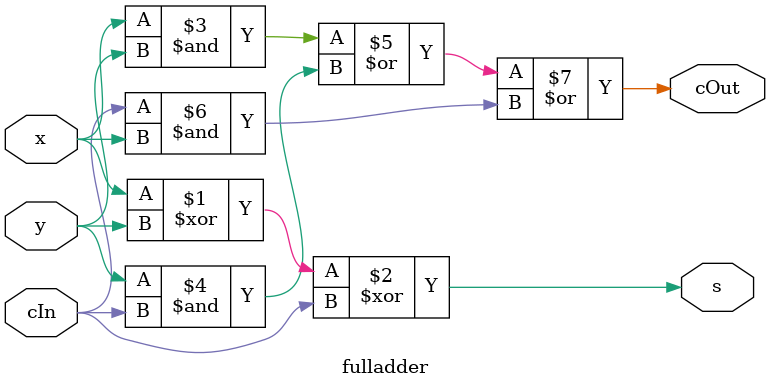
<source format=sv>
module fulladder(
	input x,
	input y,
	input cIn,
	output logic s,
	output logic cOut
);

	assign s = x^y^cIn;
	assign cOut = (x&y) | (y&cIn) | (cIn&x);

endmodule 
</source>
